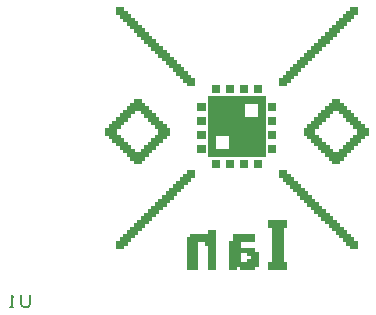
<source format=gbr>
G04 DesignSpark PCB Gerber Version 10.0 Build 5299*
G04 #@! TF.Part,Single*
G04 #@! TF.FileFunction,Legend,Bot*
G04 #@! TF.FilePolarity,Positive*
%FSLAX35Y35*%
%MOIN*%
%ADD21C,0.00001*%
%ADD20C,0.00500*%
G04 #@! TD.AperFunction*
X0Y0D02*
D02*
D20*
X61899Y68220D02*
Y65408D01*
X61587Y64783D01*
X60962Y64470D01*
X59712D01*
X59087Y64783D01*
X58774Y65408D01*
Y68220D01*
X56274Y64470D02*
X55024D01*
X55649D02*
Y68220D01*
X56274Y67596D01*
D02*
D21*
X90443Y121801D02*
X86899D01*
Y122982D01*
X90443D01*
Y121801D01*
G36*
X90443Y121801D02*
X86899D01*
Y122982D01*
X90443D01*
Y121801D01*
G37*
Y122982D02*
X86899D01*
Y124163D01*
X90443D01*
Y122982D01*
G36*
X90443Y122982D02*
X86899D01*
Y124163D01*
X90443D01*
Y122982D01*
G37*
X91624Y120620D02*
X88080D01*
Y121801D01*
X91624D01*
Y120620D01*
G36*
X91624Y120620D02*
X88080D01*
Y121801D01*
X91624D01*
Y120620D01*
G37*
Y124163D02*
X88080D01*
Y125344D01*
X91624D01*
Y124163D01*
G36*
X91624Y124163D02*
X88080D01*
Y125344D01*
X91624D01*
Y124163D01*
G37*
X92805Y84006D02*
X90443D01*
Y85187D01*
X92805D01*
Y84006D01*
G36*
X92805Y84006D02*
X90443D01*
Y85187D01*
X92805D01*
Y84006D01*
G37*
Y119439D02*
X89261D01*
Y120620D01*
X92805D01*
Y119439D01*
G36*
X92805Y119439D02*
X89261D01*
Y120620D01*
X92805D01*
Y119439D01*
G37*
Y125344D02*
X89261D01*
Y126525D01*
X92805D01*
Y125344D01*
G36*
X92805Y125344D02*
X89261D01*
Y126525D01*
X92805D01*
Y125344D01*
G37*
Y163139D02*
X90443D01*
Y164320D01*
X92805D01*
Y163139D01*
G36*
X92805Y163139D02*
X90443D01*
Y164320D01*
X92805D01*
Y163139D01*
G37*
X93986Y85187D02*
X90443D01*
Y86368D01*
X93986D01*
Y85187D01*
G36*
X93986Y85187D02*
X90443D01*
Y86368D01*
X93986D01*
Y85187D01*
G37*
Y118257D02*
X90443D01*
Y119439D01*
X93986D01*
Y118257D01*
G36*
X93986Y118257D02*
X90443D01*
Y119439D01*
X93986D01*
Y118257D01*
G37*
Y126525D02*
X90443D01*
Y127706D01*
X93986D01*
Y126525D01*
G36*
X93986Y126525D02*
X90443D01*
Y127706D01*
X93986D01*
Y126525D01*
G37*
Y161958D02*
X90443D01*
Y163139D01*
X93986D01*
Y161958D01*
G36*
X93986Y161958D02*
X90443D01*
Y163139D01*
X93986D01*
Y161958D01*
G37*
X95167Y86368D02*
X91624D01*
Y87549D01*
X95167D01*
Y86368D01*
G36*
X95167Y86368D02*
X91624D01*
Y87549D01*
X95167D01*
Y86368D01*
G37*
Y117076D02*
X91624D01*
Y118257D01*
X95167D01*
Y117076D01*
G36*
X95167Y117076D02*
X91624D01*
Y118257D01*
X95167D01*
Y117076D01*
G37*
Y127706D02*
X91624D01*
Y128887D01*
X95167D01*
Y127706D01*
G36*
X95167Y127706D02*
X91624D01*
Y128887D01*
X95167D01*
Y127706D01*
G37*
Y160777D02*
X91624D01*
Y161958D01*
X95167D01*
Y160777D01*
G36*
X95167Y160777D02*
X91624D01*
Y161958D01*
X95167D01*
Y160777D01*
G37*
X96348Y87549D02*
X92805D01*
Y88730D01*
X96348D01*
Y87549D01*
G36*
X96348Y87549D02*
X92805D01*
Y88730D01*
X96348D01*
Y87549D01*
G37*
Y115895D02*
X92805D01*
Y117076D01*
X96348D01*
Y115895D01*
G36*
X96348Y115895D02*
X92805D01*
Y117076D01*
X96348D01*
Y115895D01*
G37*
Y128887D02*
X92805D01*
Y130069D01*
X96348D01*
Y128887D01*
G36*
X96348Y128887D02*
X92805D01*
Y130069D01*
X96348D01*
Y128887D01*
G37*
Y159596D02*
X92805D01*
Y160777D01*
X96348D01*
Y159596D01*
G36*
X96348Y159596D02*
X92805D01*
Y160777D01*
X96348D01*
Y159596D01*
G37*
X97529Y88730D02*
X93986D01*
Y89911D01*
X97529D01*
Y88730D01*
G36*
X97529Y88730D02*
X93986D01*
Y89911D01*
X97529D01*
Y88730D01*
G37*
Y158415D02*
X93986D01*
Y159596D01*
X97529D01*
Y158415D01*
G36*
X97529Y158415D02*
X93986D01*
Y159596D01*
X97529D01*
Y158415D01*
G37*
X98710Y89911D02*
X95167D01*
Y91092D01*
X98710D01*
Y89911D01*
G36*
X98710Y89911D02*
X95167D01*
Y91092D01*
X98710D01*
Y89911D01*
G37*
Y112352D02*
X96348D01*
Y113533D01*
X98710D01*
Y112352D01*
G36*
X98710Y112352D02*
X96348D01*
Y113533D01*
X98710D01*
Y112352D01*
G37*
Y132431D02*
X96348D01*
Y133612D01*
X98710D01*
Y132431D01*
G36*
X98710Y132431D02*
X96348D01*
Y133612D01*
X98710D01*
Y132431D01*
G37*
Y157234D02*
X95167D01*
Y158415D01*
X98710D01*
Y157234D01*
G36*
X98710Y157234D02*
X95167D01*
Y158415D01*
X98710D01*
Y157234D01*
G37*
X99891Y91092D02*
X96348D01*
Y92273D01*
X99891D01*
Y91092D01*
G36*
X99891Y91092D02*
X96348D01*
Y92273D01*
X99891D01*
Y91092D01*
G37*
Y113533D02*
X95167D01*
Y114714D01*
X99891D01*
Y113533D01*
G36*
X99891Y113533D02*
X95167D01*
Y114714D01*
X99891D01*
Y113533D01*
G37*
Y131250D02*
X95167D01*
Y132431D01*
X99891D01*
Y131250D01*
G36*
X99891Y131250D02*
X95167D01*
Y132431D01*
X99891D01*
Y131250D01*
G37*
Y156053D02*
X96348D01*
Y157234D01*
X99891D01*
Y156053D01*
G36*
X99891Y156053D02*
X96348D01*
Y157234D01*
X99891D01*
Y156053D01*
G37*
X101072Y92273D02*
X97529D01*
Y93454D01*
X101072D01*
Y92273D01*
G36*
X101072Y92273D02*
X97529D01*
Y93454D01*
X101072D01*
Y92273D01*
G37*
Y114714D02*
X93986D01*
Y115895D01*
X101072D01*
Y114714D01*
G36*
X101072Y114714D02*
X93986D01*
Y115895D01*
X101072D01*
Y114714D01*
G37*
Y130069D02*
X93986D01*
Y131250D01*
X101072D01*
Y130069D01*
G36*
X101072Y130069D02*
X93986D01*
Y131250D01*
X101072D01*
Y130069D01*
G37*
Y154872D02*
X97529D01*
Y156053D01*
X101072D01*
Y154872D01*
G36*
X101072Y154872D02*
X97529D01*
Y156053D01*
X101072D01*
Y154872D01*
G37*
X102254Y93454D02*
X98710D01*
Y94635D01*
X102254D01*
Y93454D01*
G36*
X102254Y93454D02*
X98710D01*
Y94635D01*
X102254D01*
Y93454D01*
G37*
Y115895D02*
X98710D01*
Y117076D01*
X102254D01*
Y115895D01*
G36*
X102254Y115895D02*
X98710D01*
Y117076D01*
X102254D01*
Y115895D01*
G37*
Y128887D02*
X98710D01*
Y130069D01*
X102254D01*
Y128887D01*
G36*
X102254Y128887D02*
X98710D01*
Y130069D01*
X102254D01*
Y128887D01*
G37*
Y153691D02*
X98710D01*
Y154872D01*
X102254D01*
Y153691D01*
G36*
X102254Y153691D02*
X98710D01*
Y154872D01*
X102254D01*
Y153691D01*
G37*
X103435Y94635D02*
X99891D01*
Y95817D01*
X103435D01*
Y94635D01*
G36*
X103435Y94635D02*
X99891D01*
Y95817D01*
X103435D01*
Y94635D01*
G37*
Y117076D02*
X99891D01*
Y118257D01*
X103435D01*
Y117076D01*
G36*
X103435Y117076D02*
X99891D01*
Y118257D01*
X103435D01*
Y117076D01*
G37*
Y127706D02*
X99891D01*
Y128887D01*
X103435D01*
Y127706D01*
G36*
X103435Y127706D02*
X99891D01*
Y128887D01*
X103435D01*
Y127706D01*
G37*
Y152509D02*
X99891D01*
Y153691D01*
X103435D01*
Y152509D01*
G36*
X103435Y152509D02*
X99891D01*
Y153691D01*
X103435D01*
Y152509D01*
G37*
X104616Y95817D02*
X101072D01*
Y96998D01*
X104616D01*
Y95817D01*
G36*
X104616Y95817D02*
X101072D01*
Y96998D01*
X104616D01*
Y95817D01*
G37*
Y118257D02*
X101072D01*
Y119439D01*
X104616D01*
Y118257D01*
G36*
X104616Y118257D02*
X101072D01*
Y119439D01*
X104616D01*
Y118257D01*
G37*
Y126525D02*
X101072D01*
Y127706D01*
X104616D01*
Y126525D01*
G36*
X104616Y126525D02*
X101072D01*
Y127706D01*
X104616D01*
Y126525D01*
G37*
Y151328D02*
X101072D01*
Y152509D01*
X104616D01*
Y151328D01*
G36*
X104616Y151328D02*
X101072D01*
Y152509D01*
X104616D01*
Y151328D01*
G37*
X105797Y96998D02*
X102254D01*
Y98179D01*
X105797D01*
Y96998D01*
G36*
X105797Y96998D02*
X102254D01*
Y98179D01*
X105797D01*
Y96998D01*
G37*
Y119439D02*
X102254D01*
Y120620D01*
X105797D01*
Y119439D01*
G36*
X105797Y119439D02*
X102254D01*
Y120620D01*
X105797D01*
Y119439D01*
G37*
Y125344D02*
X102254D01*
Y126525D01*
X105797D01*
Y125344D01*
G36*
X105797Y125344D02*
X102254D01*
Y126525D01*
X105797D01*
Y125344D01*
G37*
Y150147D02*
X102254D01*
Y151328D01*
X105797D01*
Y150147D01*
G36*
X105797Y150147D02*
X102254D01*
Y151328D01*
X105797D01*
Y150147D01*
G37*
X106978Y98179D02*
X103435D01*
Y99360D01*
X106978D01*
Y98179D01*
G36*
X106978Y98179D02*
X103435D01*
Y99360D01*
X106978D01*
Y98179D01*
G37*
Y120620D02*
X103435D01*
Y121801D01*
X106978D01*
Y120620D01*
G36*
X106978Y120620D02*
X103435D01*
Y121801D01*
X106978D01*
Y120620D01*
G37*
Y124163D02*
X103435D01*
Y125344D01*
X106978D01*
Y124163D01*
G36*
X106978Y124163D02*
X103435D01*
Y125344D01*
X106978D01*
Y124163D01*
G37*
Y148966D02*
X103435D01*
Y150147D01*
X106978D01*
Y148966D01*
G36*
X106978Y148966D02*
X103435D01*
Y150147D01*
X106978D01*
Y148966D01*
G37*
X108159Y99360D02*
X104616D01*
Y100541D01*
X108159D01*
Y99360D01*
G36*
X108159Y99360D02*
X104616D01*
Y100541D01*
X108159D01*
Y99360D01*
G37*
Y121801D02*
X104616D01*
Y122982D01*
X108159D01*
Y121801D01*
G36*
X108159Y121801D02*
X104616D01*
Y122982D01*
X108159D01*
Y121801D01*
G37*
Y122982D02*
X104616D01*
Y124163D01*
X108159D01*
Y122982D01*
G36*
X108159Y122982D02*
X104616D01*
Y124163D01*
X108159D01*
Y122982D01*
G37*
Y147785D02*
X104616D01*
Y148966D01*
X108159D01*
Y147785D01*
G36*
X108159Y147785D02*
X104616D01*
Y148966D01*
X108159D01*
Y147785D01*
G37*
X109340Y100541D02*
X105797D01*
Y101722D01*
X109340D01*
Y100541D01*
G36*
X109340Y100541D02*
X105797D01*
Y101722D01*
X109340D01*
Y100541D01*
G37*
Y146604D02*
X105797D01*
Y147785D01*
X109340D01*
Y146604D01*
G36*
X109340Y146604D02*
X105797D01*
Y147785D01*
X109340D01*
Y146604D01*
G37*
X110521Y101722D02*
X106978D01*
Y102903D01*
X110521D01*
Y101722D01*
G36*
X110521Y101722D02*
X106978D01*
Y102903D01*
X110521D01*
Y101722D01*
G37*
Y145423D02*
X106978D01*
Y146604D01*
X110521D01*
Y145423D01*
G36*
X110521Y145423D02*
X106978D01*
Y146604D01*
X110521D01*
Y145423D01*
G37*
X111702Y102903D02*
X108159D01*
Y104084D01*
X111702D01*
Y102903D01*
G36*
X111702Y102903D02*
X108159D01*
Y104084D01*
X111702D01*
Y102903D01*
G37*
Y144242D02*
X108159D01*
Y145423D01*
X111702D01*
Y144242D01*
G36*
X111702Y144242D02*
X108159D01*
Y145423D01*
X111702D01*
Y144242D01*
G37*
X112883Y104084D02*
X109340D01*
Y105265D01*
X112883D01*
Y104084D01*
G36*
X112883Y104084D02*
X109340D01*
Y105265D01*
X112883D01*
Y104084D01*
G37*
Y143061D02*
X109340D01*
Y144242D01*
X112883D01*
Y143061D01*
G36*
X112883Y143061D02*
X109340D01*
Y144242D01*
X112883D01*
Y143061D01*
G37*
X114065Y105265D02*
X110521D01*
Y106446D01*
X114065D01*
Y105265D01*
G36*
X114065Y105265D02*
X110521D01*
Y106446D01*
X114065D01*
Y105265D01*
G37*
Y141880D02*
X110521D01*
Y143061D01*
X114065D01*
Y141880D01*
G36*
X114065Y141880D02*
X110521D01*
Y143061D01*
X114065D01*
Y141880D01*
G37*
X115246Y106446D02*
X111702D01*
Y107628D01*
X115246D01*
Y106446D01*
G36*
X115246Y106446D02*
X111702D01*
Y107628D01*
X115246D01*
Y106446D01*
G37*
Y140698D02*
X111702D01*
Y141880D01*
X115246D01*
Y140698D01*
G36*
X115246Y140698D02*
X111702D01*
Y141880D01*
X115246D01*
Y140698D01*
G37*
X116427Y107628D02*
X112883D01*
Y108809D01*
X116427D01*
Y107628D01*
G36*
X116427Y107628D02*
X112883D01*
Y108809D01*
X116427D01*
Y107628D01*
G37*
Y108809D02*
X114065D01*
Y109990D01*
X116427D01*
Y108809D01*
G36*
X116427Y108809D02*
X114065D01*
Y109990D01*
X116427D01*
Y108809D01*
G37*
Y138336D02*
X114065D01*
Y139517D01*
X116427D01*
Y138336D01*
G36*
X116427Y138336D02*
X114065D01*
Y139517D01*
X116427D01*
Y138336D01*
G37*
Y139517D02*
X112883D01*
Y140698D01*
X116427D01*
Y139517D01*
G36*
X116427Y139517D02*
X112883D01*
Y140698D01*
X116427D01*
Y139517D01*
G37*
X117608Y76919D02*
X114065D01*
Y78100D01*
X117608D01*
Y76919D01*
G36*
X117608Y76919D02*
X114065D01*
Y78100D01*
X117608D01*
Y76919D01*
G37*
Y78100D02*
X114065D01*
Y79281D01*
X117608D01*
Y78100D01*
G36*
X117608Y78100D02*
X114065D01*
Y79281D01*
X117608D01*
Y78100D01*
G37*
Y79281D02*
X114065D01*
Y80462D01*
X117608D01*
Y79281D01*
G36*
X117608Y79281D02*
X114065D01*
Y80462D01*
X117608D01*
Y79281D01*
G37*
Y80462D02*
X114065D01*
Y81643D01*
X117608D01*
Y80462D01*
G36*
X117608Y80462D02*
X114065D01*
Y81643D01*
X117608D01*
Y80462D01*
G37*
Y81643D02*
X114065D01*
Y82824D01*
X117608D01*
Y81643D01*
G36*
X117608Y81643D02*
X114065D01*
Y82824D01*
X117608D01*
Y81643D01*
G37*
Y82824D02*
X114065D01*
Y84006D01*
X117608D01*
Y82824D01*
G36*
X117608Y82824D02*
X114065D01*
Y84006D01*
X117608D01*
Y82824D01*
G37*
Y84006D02*
X114065D01*
Y85187D01*
X117608D01*
Y84006D01*
G36*
X117608Y84006D02*
X114065D01*
Y85187D01*
X117608D01*
Y84006D01*
G37*
Y85187D02*
X114065D01*
Y86368D01*
X117608D01*
Y85187D01*
G36*
X117608Y85187D02*
X114065D01*
Y86368D01*
X117608D01*
Y85187D01*
G37*
X119970Y115895D02*
X117608D01*
Y117076D01*
X119970D01*
Y115895D01*
G36*
X119970Y115895D02*
X117608D01*
Y117076D01*
X119970D01*
Y115895D01*
G37*
Y117076D02*
X117608D01*
Y118257D01*
X119970D01*
Y117076D01*
G36*
X119970Y117076D02*
X117608D01*
Y118257D01*
X119970D01*
Y117076D01*
G37*
Y120620D02*
X117608D01*
Y121801D01*
X119970D01*
Y120620D01*
G36*
X119970Y120620D02*
X117608D01*
Y121801D01*
X119970D01*
Y120620D01*
G37*
Y121801D02*
X117608D01*
Y122982D01*
X119970D01*
Y121801D01*
G36*
X119970Y121801D02*
X117608D01*
Y122982D01*
X119970D01*
Y121801D01*
G37*
Y125344D02*
X117608D01*
Y126525D01*
X119970D01*
Y125344D01*
G36*
X119970Y125344D02*
X117608D01*
Y126525D01*
X119970D01*
Y125344D01*
G37*
Y126525D02*
X117608D01*
Y127706D01*
X119970D01*
Y126525D01*
G36*
X119970Y126525D02*
X117608D01*
Y127706D01*
X119970D01*
Y126525D01*
G37*
Y130069D02*
X117608D01*
Y131250D01*
X119970D01*
Y130069D01*
G36*
X119970Y130069D02*
X117608D01*
Y131250D01*
X119970D01*
Y130069D01*
G37*
Y131250D02*
X117608D01*
Y132431D01*
X119970D01*
Y131250D01*
G36*
X119970Y131250D02*
X117608D01*
Y132431D01*
X119970D01*
Y131250D01*
G37*
X123513Y76919D02*
X121151D01*
Y78100D01*
X123513D01*
Y76919D01*
G36*
X123513Y76919D02*
X121151D01*
Y78100D01*
X123513D01*
Y76919D01*
G37*
Y78100D02*
X121151D01*
Y79281D01*
X123513D01*
Y78100D01*
G36*
X123513Y78100D02*
X121151D01*
Y79281D01*
X123513D01*
Y78100D01*
G37*
Y79281D02*
X121151D01*
Y80462D01*
X123513D01*
Y79281D01*
G36*
X123513Y79281D02*
X121151D01*
Y80462D01*
X123513D01*
Y79281D01*
G37*
Y80462D02*
X121151D01*
Y81643D01*
X123513D01*
Y80462D01*
G36*
X123513Y80462D02*
X121151D01*
Y81643D01*
X123513D01*
Y80462D01*
G37*
Y81643D02*
X121151D01*
Y82824D01*
X123513D01*
Y81643D01*
G36*
X123513Y81643D02*
X121151D01*
Y82824D01*
X123513D01*
Y81643D01*
G37*
Y82824D02*
X121151D01*
Y84006D01*
X123513D01*
Y82824D01*
G36*
X123513Y82824D02*
X121151D01*
Y84006D01*
X123513D01*
Y82824D01*
G37*
Y84006D02*
X121151D01*
Y85187D01*
X123513D01*
Y84006D01*
G36*
X123513Y84006D02*
X121151D01*
Y85187D01*
X123513D01*
Y84006D01*
G37*
Y85187D02*
X119970D01*
Y86368D01*
X123513D01*
Y85187D01*
G36*
X123513Y85187D02*
X119970D01*
Y86368D01*
X123513D01*
Y85187D01*
G37*
Y86368D02*
X114065D01*
Y87549D01*
X123513D01*
Y86368D01*
G36*
X123513Y86368D02*
X114065D01*
Y87549D01*
X123513D01*
Y86368D01*
G37*
Y87549D02*
X115246D01*
Y88730D01*
X123513D01*
Y87549D01*
G36*
X123513Y87549D02*
X115246D01*
Y88730D01*
X123513D01*
Y87549D01*
G37*
Y88730D02*
X121151D01*
Y89911D01*
X123513D01*
Y88730D01*
G36*
X123513Y88730D02*
X121151D01*
Y89911D01*
X123513D01*
Y88730D01*
G37*
Y117076D02*
X121151D01*
Y118257D01*
X123513D01*
Y117076D01*
G36*
X123513Y117076D02*
X121151D01*
Y118257D01*
X123513D01*
Y117076D01*
G37*
Y118257D02*
X121151D01*
Y119439D01*
X123513D01*
Y118257D01*
G36*
X123513Y118257D02*
X121151D01*
Y119439D01*
X123513D01*
Y118257D01*
G37*
Y119439D02*
X121151D01*
Y120620D01*
X123513D01*
Y119439D01*
G36*
X123513Y119439D02*
X121151D01*
Y120620D01*
X123513D01*
Y119439D01*
G37*
Y120620D02*
X121151D01*
Y121801D01*
X123513D01*
Y120620D01*
G36*
X123513Y120620D02*
X121151D01*
Y121801D01*
X123513D01*
Y120620D01*
G37*
X124694Y111171D02*
X122332D01*
Y112352D01*
X124694D01*
Y111171D01*
G36*
X124694Y111171D02*
X122332D01*
Y112352D01*
X124694D01*
Y111171D01*
G37*
Y112352D02*
X122332D01*
Y113533D01*
X124694D01*
Y112352D01*
G36*
X124694Y112352D02*
X122332D01*
Y113533D01*
X124694D01*
Y112352D01*
G37*
Y135974D02*
X122332D01*
Y137155D01*
X124694D01*
Y135974D01*
G36*
X124694Y135974D02*
X122332D01*
Y137155D01*
X124694D01*
Y135974D01*
G37*
Y137155D02*
X122332D01*
Y138336D01*
X124694D01*
Y137155D01*
G36*
X124694Y137155D02*
X122332D01*
Y138336D01*
X124694D01*
Y137155D01*
G37*
X129419Y111171D02*
X127057D01*
Y112352D01*
X129419D01*
Y111171D01*
G36*
X129419Y111171D02*
X127057D01*
Y112352D01*
X129419D01*
Y111171D01*
G37*
Y112352D02*
X127057D01*
Y113533D01*
X129419D01*
Y112352D01*
G36*
X129419Y112352D02*
X127057D01*
Y113533D01*
X129419D01*
Y112352D01*
G37*
Y135974D02*
X127057D01*
Y137155D01*
X129419D01*
Y135974D01*
G36*
X129419Y135974D02*
X127057D01*
Y137155D01*
X129419D01*
Y135974D01*
G37*
Y137155D02*
X127057D01*
Y138336D01*
X129419D01*
Y137155D01*
G36*
X129419Y137155D02*
X127057D01*
Y138336D01*
X129419D01*
Y137155D01*
G37*
X130600Y76919D02*
X128238D01*
Y78100D01*
X130600D01*
Y76919D01*
G36*
X130600Y76919D02*
X128238D01*
Y78100D01*
X130600D01*
Y76919D01*
G37*
X131781Y79281D02*
X128238D01*
Y80462D01*
X131781D01*
Y79281D01*
G36*
X131781Y79281D02*
X128238D01*
Y80462D01*
X131781D01*
Y79281D01*
G37*
Y80462D02*
X128238D01*
Y81643D01*
X131781D01*
Y80462D01*
G36*
X131781Y80462D02*
X128238D01*
Y81643D01*
X131781D01*
Y80462D01*
G37*
Y81643D02*
X128238D01*
Y82824D01*
X131781D01*
Y81643D01*
G36*
X131781Y81643D02*
X128238D01*
Y82824D01*
X131781D01*
Y81643D01*
G37*
Y84006D02*
X128238D01*
Y85187D01*
X131781D01*
Y84006D01*
G36*
X131781Y84006D02*
X128238D01*
Y85187D01*
X131781D01*
Y84006D01*
G37*
Y85187D02*
X128238D01*
Y86368D01*
X131781D01*
Y85187D01*
G36*
X131781Y85187D02*
X128238D01*
Y86368D01*
X131781D01*
Y85187D01*
G37*
X132962Y127706D02*
X121151D01*
Y128887D01*
X132962D01*
Y127706D01*
G36*
X132962Y127706D02*
X121151D01*
Y128887D01*
X132962D01*
Y127706D01*
G37*
Y128887D02*
X121151D01*
Y130069D01*
X132962D01*
Y128887D01*
G36*
X132962Y128887D02*
X121151D01*
Y130069D01*
X132962D01*
Y128887D01*
G37*
Y130069D02*
X121151D01*
Y131250D01*
X132962D01*
Y130069D01*
G36*
X132962Y130069D02*
X121151D01*
Y131250D01*
X132962D01*
Y130069D01*
G37*
Y131250D02*
X121151D01*
Y132431D01*
X132962D01*
Y131250D01*
G36*
X132962Y131250D02*
X121151D01*
Y132431D01*
X132962D01*
Y131250D01*
G37*
X134143Y111171D02*
X131781D01*
Y112352D01*
X134143D01*
Y111171D01*
G36*
X134143Y111171D02*
X131781D01*
Y112352D01*
X134143D01*
Y111171D01*
G37*
Y112352D02*
X131781D01*
Y113533D01*
X134143D01*
Y112352D01*
G36*
X134143Y112352D02*
X131781D01*
Y113533D01*
X134143D01*
Y112352D01*
G37*
Y135974D02*
X131781D01*
Y137155D01*
X134143D01*
Y135974D01*
G36*
X134143Y135974D02*
X131781D01*
Y137155D01*
X134143D01*
Y135974D01*
G37*
Y137155D02*
X131781D01*
Y138336D01*
X134143D01*
Y137155D01*
G36*
X134143Y137155D02*
X131781D01*
Y138336D01*
X134143D01*
Y137155D01*
G37*
X136506Y76919D02*
X131781D01*
Y78100D01*
X136506D01*
Y76919D01*
G36*
X136506Y76919D02*
X131781D01*
Y78100D01*
X136506D01*
Y76919D01*
G37*
Y82824D02*
X128238D01*
Y84006D01*
X136506D01*
Y82824D01*
G36*
X136506Y82824D02*
X128238D01*
Y84006D01*
X136506D01*
Y82824D01*
G37*
Y86368D02*
X129419D01*
Y87549D01*
X136506D01*
Y86368D01*
G36*
X136506Y86368D02*
X129419D01*
Y87549D01*
X136506D01*
Y86368D01*
G37*
Y87549D02*
X129419D01*
Y88730D01*
X136506D01*
Y87549D01*
G36*
X136506Y87549D02*
X129419D01*
Y88730D01*
X136506D01*
Y87549D01*
G37*
X137687Y78100D02*
X128238D01*
Y79281D01*
X137687D01*
Y78100D01*
G36*
X137687Y78100D02*
X128238D01*
Y79281D01*
X137687D01*
Y78100D01*
G37*
Y79281D02*
X134143D01*
Y80462D01*
X137687D01*
Y79281D01*
G36*
X137687Y79281D02*
X134143D01*
Y80462D01*
X137687D01*
Y79281D01*
G37*
Y80462D02*
X135324D01*
Y81643D01*
X137687D01*
Y80462D01*
G36*
X137687Y80462D02*
X135324D01*
Y81643D01*
X137687D01*
Y80462D01*
G37*
Y81643D02*
X134143D01*
Y82824D01*
X137687D01*
Y81643D01*
G36*
X137687Y81643D02*
X134143D01*
Y82824D01*
X137687D01*
Y81643D01*
G37*
X138868Y111171D02*
X136506D01*
Y112352D01*
X138868D01*
Y111171D01*
G36*
X138868Y111171D02*
X136506D01*
Y112352D01*
X138868D01*
Y111171D01*
G37*
Y112352D02*
X136506D01*
Y113533D01*
X138868D01*
Y112352D01*
G36*
X138868Y112352D02*
X136506D01*
Y113533D01*
X138868D01*
Y112352D01*
G37*
Y135974D02*
X136506D01*
Y137155D01*
X138868D01*
Y135974D01*
G36*
X138868Y135974D02*
X136506D01*
Y137155D01*
X138868D01*
Y135974D01*
G37*
Y137155D02*
X136506D01*
Y138336D01*
X138868D01*
Y137155D01*
G36*
X138868Y137155D02*
X136506D01*
Y138336D01*
X138868D01*
Y137155D01*
G37*
X140049Y114714D02*
X121151D01*
Y115895D01*
X140049D01*
Y114714D01*
G36*
X140049Y114714D02*
X121151D01*
Y115895D01*
X140049D01*
Y114714D01*
G37*
Y115895D02*
X121151D01*
Y117076D01*
X140049D01*
Y115895D01*
G36*
X140049Y115895D02*
X121151D01*
Y117076D01*
X140049D01*
Y115895D01*
G37*
Y117076D02*
X128238D01*
Y118257D01*
X140049D01*
Y117076D01*
G36*
X140049Y117076D02*
X128238D01*
Y118257D01*
X140049D01*
Y117076D01*
G37*
Y118257D02*
X128238D01*
Y119439D01*
X140049D01*
Y118257D01*
G36*
X140049Y118257D02*
X128238D01*
Y119439D01*
X140049D01*
Y118257D01*
G37*
Y119439D02*
X128238D01*
Y120620D01*
X140049D01*
Y119439D01*
G36*
X140049Y119439D02*
X128238D01*
Y120620D01*
X140049D01*
Y119439D01*
G37*
Y120620D02*
X128238D01*
Y121801D01*
X140049D01*
Y120620D01*
G36*
X140049Y120620D02*
X128238D01*
Y121801D01*
X140049D01*
Y120620D01*
G37*
Y121801D02*
X121151D01*
Y122982D01*
X140049D01*
Y121801D01*
G36*
X140049Y121801D02*
X121151D01*
Y122982D01*
X140049D01*
Y121801D01*
G37*
Y122982D02*
X121151D01*
Y124163D01*
X140049D01*
Y122982D01*
G36*
X140049Y122982D02*
X121151D01*
Y124163D01*
X140049D01*
Y122982D01*
G37*
Y124163D02*
X121151D01*
Y125344D01*
X140049D01*
Y124163D01*
G36*
X140049Y124163D02*
X121151D01*
Y125344D01*
X140049D01*
Y124163D01*
G37*
Y125344D02*
X121151D01*
Y126525D01*
X140049D01*
Y125344D01*
G36*
X140049Y125344D02*
X121151D01*
Y126525D01*
X140049D01*
Y125344D01*
G37*
Y126525D02*
X121151D01*
Y127706D01*
X140049D01*
Y126525D01*
G36*
X140049Y126525D02*
X121151D01*
Y127706D01*
X140049D01*
Y126525D01*
G37*
Y127706D02*
X137687D01*
Y128887D01*
X140049D01*
Y127706D01*
G36*
X140049Y127706D02*
X137687D01*
Y128887D01*
X140049D01*
Y127706D01*
G37*
Y128887D02*
X137687D01*
Y130069D01*
X140049D01*
Y128887D01*
G36*
X140049Y128887D02*
X137687D01*
Y130069D01*
X140049D01*
Y128887D01*
G37*
Y130069D02*
X137687D01*
Y131250D01*
X140049D01*
Y130069D01*
G36*
X140049Y130069D02*
X137687D01*
Y131250D01*
X140049D01*
Y130069D01*
G37*
Y131250D02*
X137687D01*
Y132431D01*
X140049D01*
Y131250D01*
G36*
X140049Y131250D02*
X137687D01*
Y132431D01*
X140049D01*
Y131250D01*
G37*
Y132431D02*
X121151D01*
Y133612D01*
X140049D01*
Y132431D01*
G36*
X140049Y132431D02*
X121151D01*
Y133612D01*
X140049D01*
Y132431D01*
G37*
Y133612D02*
X121151D01*
Y134793D01*
X140049D01*
Y133612D01*
G36*
X140049Y133612D02*
X121151D01*
Y134793D01*
X140049D01*
Y133612D01*
G37*
X143592Y115895D02*
X141230D01*
Y117076D01*
X143592D01*
Y115895D01*
G36*
X143592Y115895D02*
X141230D01*
Y117076D01*
X143592D01*
Y115895D01*
G37*
Y117076D02*
X141230D01*
Y118257D01*
X143592D01*
Y117076D01*
G36*
X143592Y117076D02*
X141230D01*
Y118257D01*
X143592D01*
Y117076D01*
G37*
Y120620D02*
X141230D01*
Y121801D01*
X143592D01*
Y120620D01*
G36*
X143592Y120620D02*
X141230D01*
Y121801D01*
X143592D01*
Y120620D01*
G37*
Y121801D02*
X141230D01*
Y122982D01*
X143592D01*
Y121801D01*
G36*
X143592Y121801D02*
X141230D01*
Y122982D01*
X143592D01*
Y121801D01*
G37*
Y125344D02*
X141230D01*
Y126525D01*
X143592D01*
Y125344D01*
G36*
X143592Y125344D02*
X141230D01*
Y126525D01*
X143592D01*
Y125344D01*
G37*
Y126525D02*
X141230D01*
Y127706D01*
X143592D01*
Y126525D01*
G36*
X143592Y126525D02*
X141230D01*
Y127706D01*
X143592D01*
Y126525D01*
G37*
Y130069D02*
X141230D01*
Y131250D01*
X143592D01*
Y130069D01*
G36*
X143592Y130069D02*
X141230D01*
Y131250D01*
X143592D01*
Y130069D01*
G37*
Y131250D02*
X141230D01*
Y132431D01*
X143592D01*
Y131250D01*
G36*
X143592Y131250D02*
X141230D01*
Y132431D01*
X143592D01*
Y131250D01*
G37*
X145954Y79281D02*
X142411D01*
Y80462D01*
X145954D01*
Y79281D01*
G36*
X145954Y79281D02*
X142411D01*
Y80462D01*
X145954D01*
Y79281D01*
G37*
Y80462D02*
X142411D01*
Y81643D01*
X145954D01*
Y80462D01*
G36*
X145954Y80462D02*
X142411D01*
Y81643D01*
X145954D01*
Y80462D01*
G37*
Y81643D02*
X142411D01*
Y82824D01*
X145954D01*
Y81643D01*
G36*
X145954Y81643D02*
X142411D01*
Y82824D01*
X145954D01*
Y81643D01*
G37*
Y82824D02*
X142411D01*
Y84006D01*
X145954D01*
Y82824D01*
G36*
X145954Y82824D02*
X142411D01*
Y84006D01*
X145954D01*
Y82824D01*
G37*
Y84006D02*
X142411D01*
Y85187D01*
X145954D01*
Y84006D01*
G36*
X145954Y84006D02*
X142411D01*
Y85187D01*
X145954D01*
Y84006D01*
G37*
Y85187D02*
X142411D01*
Y86368D01*
X145954D01*
Y85187D01*
G36*
X145954Y85187D02*
X142411D01*
Y86368D01*
X145954D01*
Y85187D01*
G37*
Y86368D02*
X142411D01*
Y87549D01*
X145954D01*
Y86368D01*
G36*
X145954Y86368D02*
X142411D01*
Y87549D01*
X145954D01*
Y86368D01*
G37*
Y87549D02*
X142411D01*
Y88730D01*
X145954D01*
Y87549D01*
G36*
X145954Y87549D02*
X142411D01*
Y88730D01*
X145954D01*
Y87549D01*
G37*
Y88730D02*
X142411D01*
Y89911D01*
X145954D01*
Y88730D01*
G36*
X145954Y88730D02*
X142411D01*
Y89911D01*
X145954D01*
Y88730D01*
G37*
Y89911D02*
X142411D01*
Y91092D01*
X145954D01*
Y89911D01*
G36*
X145954Y89911D02*
X142411D01*
Y91092D01*
X145954D01*
Y89911D01*
G37*
X147135Y76919D02*
X141230D01*
Y78100D01*
X147135D01*
Y76919D01*
G36*
X147135Y76919D02*
X141230D01*
Y78100D01*
X147135D01*
Y76919D01*
G37*
Y78100D02*
X141230D01*
Y79281D01*
X147135D01*
Y78100D01*
G36*
X147135Y78100D02*
X141230D01*
Y79281D01*
X147135D01*
Y78100D01*
G37*
Y91092D02*
X141230D01*
Y92273D01*
X147135D01*
Y91092D01*
G36*
X147135Y91092D02*
X141230D01*
Y92273D01*
X147135D01*
Y91092D01*
G37*
Y92273D02*
X141230D01*
Y93454D01*
X147135D01*
Y92273D01*
G36*
X147135Y92273D02*
X141230D01*
Y93454D01*
X147135D01*
Y92273D01*
G37*
Y108809D02*
X144773D01*
Y109990D01*
X147135D01*
Y108809D01*
G36*
X147135Y108809D02*
X144773D01*
Y109990D01*
X147135D01*
Y108809D01*
G37*
Y138336D02*
X144773D01*
Y139517D01*
X147135D01*
Y138336D01*
G36*
X147135Y138336D02*
X144773D01*
Y139517D01*
X147135D01*
Y138336D01*
G37*
X148317Y107628D02*
X144773D01*
Y108809D01*
X148317D01*
Y107628D01*
G36*
X148317Y107628D02*
X144773D01*
Y108809D01*
X148317D01*
Y107628D01*
G37*
Y139517D02*
X144773D01*
Y140698D01*
X148317D01*
Y139517D01*
G36*
X148317Y139517D02*
X144773D01*
Y140698D01*
X148317D01*
Y139517D01*
G37*
X149498Y106446D02*
X145954D01*
Y107628D01*
X149498D01*
Y106446D01*
G36*
X149498Y106446D02*
X145954D01*
Y107628D01*
X149498D01*
Y106446D01*
G37*
Y140698D02*
X145954D01*
Y141880D01*
X149498D01*
Y140698D01*
G36*
X149498Y140698D02*
X145954D01*
Y141880D01*
X149498D01*
Y140698D01*
G37*
X150679Y105265D02*
X147135D01*
Y106446D01*
X150679D01*
Y105265D01*
G36*
X150679Y105265D02*
X147135D01*
Y106446D01*
X150679D01*
Y105265D01*
G37*
Y141880D02*
X147135D01*
Y143061D01*
X150679D01*
Y141880D01*
G36*
X150679Y141880D02*
X147135D01*
Y143061D01*
X150679D01*
Y141880D01*
G37*
X151860Y104084D02*
X148317D01*
Y105265D01*
X151860D01*
Y104084D01*
G36*
X151860Y104084D02*
X148317D01*
Y105265D01*
X151860D01*
Y104084D01*
G37*
Y143061D02*
X148317D01*
Y144242D01*
X151860D01*
Y143061D01*
G36*
X151860Y143061D02*
X148317D01*
Y144242D01*
X151860D01*
Y143061D01*
G37*
X153041Y102903D02*
X149498D01*
Y104084D01*
X153041D01*
Y102903D01*
G36*
X153041Y102903D02*
X149498D01*
Y104084D01*
X153041D01*
Y102903D01*
G37*
Y144242D02*
X149498D01*
Y145423D01*
X153041D01*
Y144242D01*
G36*
X153041Y144242D02*
X149498D01*
Y145423D01*
X153041D01*
Y144242D01*
G37*
X154222Y101722D02*
X150679D01*
Y102903D01*
X154222D01*
Y101722D01*
G36*
X154222Y101722D02*
X150679D01*
Y102903D01*
X154222D01*
Y101722D01*
G37*
Y145423D02*
X150679D01*
Y146604D01*
X154222D01*
Y145423D01*
G36*
X154222Y145423D02*
X150679D01*
Y146604D01*
X154222D01*
Y145423D01*
G37*
X155403Y100541D02*
X151860D01*
Y101722D01*
X155403D01*
Y100541D01*
G36*
X155403Y100541D02*
X151860D01*
Y101722D01*
X155403D01*
Y100541D01*
G37*
Y146604D02*
X151860D01*
Y147785D01*
X155403D01*
Y146604D01*
G36*
X155403Y146604D02*
X151860D01*
Y147785D01*
X155403D01*
Y146604D01*
G37*
X156584Y99360D02*
X153041D01*
Y100541D01*
X156584D01*
Y99360D01*
G36*
X156584Y99360D02*
X153041D01*
Y100541D01*
X156584D01*
Y99360D01*
G37*
Y121801D02*
X153041D01*
Y122982D01*
X156584D01*
Y121801D01*
G36*
X156584Y121801D02*
X153041D01*
Y122982D01*
X156584D01*
Y121801D01*
G37*
Y122982D02*
X153041D01*
Y124163D01*
X156584D01*
Y122982D01*
G36*
X156584Y122982D02*
X153041D01*
Y124163D01*
X156584D01*
Y122982D01*
G37*
Y147785D02*
X153041D01*
Y148966D01*
X156584D01*
Y147785D01*
G36*
X156584Y147785D02*
X153041D01*
Y148966D01*
X156584D01*
Y147785D01*
G37*
X157765Y98179D02*
X154222D01*
Y99360D01*
X157765D01*
Y98179D01*
G36*
X157765Y98179D02*
X154222D01*
Y99360D01*
X157765D01*
Y98179D01*
G37*
Y120620D02*
X154222D01*
Y121801D01*
X157765D01*
Y120620D01*
G36*
X157765Y120620D02*
X154222D01*
Y121801D01*
X157765D01*
Y120620D01*
G37*
Y124163D02*
X154222D01*
Y125344D01*
X157765D01*
Y124163D01*
G36*
X157765Y124163D02*
X154222D01*
Y125344D01*
X157765D01*
Y124163D01*
G37*
Y148966D02*
X154222D01*
Y150147D01*
X157765D01*
Y148966D01*
G36*
X157765Y148966D02*
X154222D01*
Y150147D01*
X157765D01*
Y148966D01*
G37*
X158946Y96998D02*
X155403D01*
Y98179D01*
X158946D01*
Y96998D01*
G36*
X158946Y96998D02*
X155403D01*
Y98179D01*
X158946D01*
Y96998D01*
G37*
Y119439D02*
X155403D01*
Y120620D01*
X158946D01*
Y119439D01*
G36*
X158946Y119439D02*
X155403D01*
Y120620D01*
X158946D01*
Y119439D01*
G37*
Y125344D02*
X155403D01*
Y126525D01*
X158946D01*
Y125344D01*
G36*
X158946Y125344D02*
X155403D01*
Y126525D01*
X158946D01*
Y125344D01*
G37*
Y150147D02*
X155403D01*
Y151328D01*
X158946D01*
Y150147D01*
G36*
X158946Y150147D02*
X155403D01*
Y151328D01*
X158946D01*
Y150147D01*
G37*
X160128Y95817D02*
X156584D01*
Y96998D01*
X160128D01*
Y95817D01*
G36*
X160128Y95817D02*
X156584D01*
Y96998D01*
X160128D01*
Y95817D01*
G37*
Y118257D02*
X156584D01*
Y119439D01*
X160128D01*
Y118257D01*
G36*
X160128Y118257D02*
X156584D01*
Y119439D01*
X160128D01*
Y118257D01*
G37*
Y126525D02*
X156584D01*
Y127706D01*
X160128D01*
Y126525D01*
G36*
X160128Y126525D02*
X156584D01*
Y127706D01*
X160128D01*
Y126525D01*
G37*
Y151328D02*
X156584D01*
Y152509D01*
X160128D01*
Y151328D01*
G36*
X160128Y151328D02*
X156584D01*
Y152509D01*
X160128D01*
Y151328D01*
G37*
X161309Y94635D02*
X157765D01*
Y95817D01*
X161309D01*
Y94635D01*
G36*
X161309Y94635D02*
X157765D01*
Y95817D01*
X161309D01*
Y94635D01*
G37*
Y117076D02*
X157765D01*
Y118257D01*
X161309D01*
Y117076D01*
G36*
X161309Y117076D02*
X157765D01*
Y118257D01*
X161309D01*
Y117076D01*
G37*
Y127706D02*
X157765D01*
Y128887D01*
X161309D01*
Y127706D01*
G36*
X161309Y127706D02*
X157765D01*
Y128887D01*
X161309D01*
Y127706D01*
G37*
Y152509D02*
X157765D01*
Y153691D01*
X161309D01*
Y152509D01*
G36*
X161309Y152509D02*
X157765D01*
Y153691D01*
X161309D01*
Y152509D01*
G37*
X162490Y93454D02*
X158946D01*
Y94635D01*
X162490D01*
Y93454D01*
G36*
X162490Y93454D02*
X158946D01*
Y94635D01*
X162490D01*
Y93454D01*
G37*
Y115895D02*
X158946D01*
Y117076D01*
X162490D01*
Y115895D01*
G36*
X162490Y115895D02*
X158946D01*
Y117076D01*
X162490D01*
Y115895D01*
G37*
Y128887D02*
X158946D01*
Y130069D01*
X162490D01*
Y128887D01*
G36*
X162490Y128887D02*
X158946D01*
Y130069D01*
X162490D01*
Y128887D01*
G37*
Y153691D02*
X158946D01*
Y154872D01*
X162490D01*
Y153691D01*
G36*
X162490Y153691D02*
X158946D01*
Y154872D01*
X162490D01*
Y153691D01*
G37*
X163671Y92273D02*
X160128D01*
Y93454D01*
X163671D01*
Y92273D01*
G36*
X163671Y92273D02*
X160128D01*
Y93454D01*
X163671D01*
Y92273D01*
G37*
Y154872D02*
X160128D01*
Y156053D01*
X163671D01*
Y154872D01*
G36*
X163671Y154872D02*
X160128D01*
Y156053D01*
X163671D01*
Y154872D01*
G37*
X164852Y91092D02*
X161309D01*
Y92273D01*
X164852D01*
Y91092D01*
G36*
X164852Y91092D02*
X161309D01*
Y92273D01*
X164852D01*
Y91092D01*
G37*
Y112352D02*
X162490D01*
Y113533D01*
X164852D01*
Y112352D01*
G36*
X164852Y112352D02*
X162490D01*
Y113533D01*
X164852D01*
Y112352D01*
G37*
Y132431D02*
X162490D01*
Y133612D01*
X164852D01*
Y132431D01*
G36*
X164852Y132431D02*
X162490D01*
Y133612D01*
X164852D01*
Y132431D01*
G37*
Y156053D02*
X161309D01*
Y157234D01*
X164852D01*
Y156053D01*
G36*
X164852Y156053D02*
X161309D01*
Y157234D01*
X164852D01*
Y156053D01*
G37*
X166033Y89911D02*
X162490D01*
Y91092D01*
X166033D01*
Y89911D01*
G36*
X166033Y89911D02*
X162490D01*
Y91092D01*
X166033D01*
Y89911D01*
G37*
Y113533D02*
X161309D01*
Y114714D01*
X166033D01*
Y113533D01*
G36*
X166033Y113533D02*
X161309D01*
Y114714D01*
X166033D01*
Y113533D01*
G37*
Y131250D02*
X161309D01*
Y132431D01*
X166033D01*
Y131250D01*
G36*
X166033Y131250D02*
X161309D01*
Y132431D01*
X166033D01*
Y131250D01*
G37*
Y157234D02*
X162490D01*
Y158415D01*
X166033D01*
Y157234D01*
G36*
X166033Y157234D02*
X162490D01*
Y158415D01*
X166033D01*
Y157234D01*
G37*
X167214Y88730D02*
X163671D01*
Y89911D01*
X167214D01*
Y88730D01*
G36*
X167214Y88730D02*
X163671D01*
Y89911D01*
X167214D01*
Y88730D01*
G37*
Y114714D02*
X160128D01*
Y115895D01*
X167214D01*
Y114714D01*
G36*
X167214Y114714D02*
X160128D01*
Y115895D01*
X167214D01*
Y114714D01*
G37*
Y130069D02*
X160128D01*
Y131250D01*
X167214D01*
Y130069D01*
G36*
X167214Y130069D02*
X160128D01*
Y131250D01*
X167214D01*
Y130069D01*
G37*
Y158415D02*
X163671D01*
Y159596D01*
X167214D01*
Y158415D01*
G36*
X167214Y158415D02*
X163671D01*
Y159596D01*
X167214D01*
Y158415D01*
G37*
X168395Y87549D02*
X164852D01*
Y88730D01*
X168395D01*
Y87549D01*
G36*
X168395Y87549D02*
X164852D01*
Y88730D01*
X168395D01*
Y87549D01*
G37*
Y115895D02*
X164852D01*
Y117076D01*
X168395D01*
Y115895D01*
G36*
X168395Y115895D02*
X164852D01*
Y117076D01*
X168395D01*
Y115895D01*
G37*
Y128887D02*
X164852D01*
Y130069D01*
X168395D01*
Y128887D01*
G36*
X168395Y128887D02*
X164852D01*
Y130069D01*
X168395D01*
Y128887D01*
G37*
Y159596D02*
X164852D01*
Y160777D01*
X168395D01*
Y159596D01*
G36*
X168395Y159596D02*
X164852D01*
Y160777D01*
X168395D01*
Y159596D01*
G37*
X169576Y86368D02*
X166033D01*
Y87549D01*
X169576D01*
Y86368D01*
G36*
X169576Y86368D02*
X166033D01*
Y87549D01*
X169576D01*
Y86368D01*
G37*
Y117076D02*
X166033D01*
Y118257D01*
X169576D01*
Y117076D01*
G36*
X169576Y117076D02*
X166033D01*
Y118257D01*
X169576D01*
Y117076D01*
G37*
Y127706D02*
X166033D01*
Y128887D01*
X169576D01*
Y127706D01*
G36*
X169576Y127706D02*
X166033D01*
Y128887D01*
X169576D01*
Y127706D01*
G37*
Y160777D02*
X166033D01*
Y161958D01*
X169576D01*
Y160777D01*
G36*
X169576Y160777D02*
X166033D01*
Y161958D01*
X169576D01*
Y160777D01*
G37*
X170757Y84006D02*
X168395D01*
Y85187D01*
X170757D01*
Y84006D01*
G36*
X170757Y84006D02*
X168395D01*
Y85187D01*
X170757D01*
Y84006D01*
G37*
Y85187D02*
X167214D01*
Y86368D01*
X170757D01*
Y85187D01*
G36*
X170757Y85187D02*
X167214D01*
Y86368D01*
X170757D01*
Y85187D01*
G37*
Y118257D02*
X167214D01*
Y119439D01*
X170757D01*
Y118257D01*
G36*
X170757Y118257D02*
X167214D01*
Y119439D01*
X170757D01*
Y118257D01*
G37*
Y126525D02*
X167214D01*
Y127706D01*
X170757D01*
Y126525D01*
G36*
X170757Y126525D02*
X167214D01*
Y127706D01*
X170757D01*
Y126525D01*
G37*
Y161958D02*
X167214D01*
Y163139D01*
X170757D01*
Y161958D01*
G36*
X170757Y161958D02*
X167214D01*
Y163139D01*
X170757D01*
Y161958D01*
G37*
Y163139D02*
X168395D01*
Y164320D01*
X170757D01*
Y163139D01*
G36*
X170757Y163139D02*
X168395D01*
Y164320D01*
X170757D01*
Y163139D01*
G37*
X171939Y119439D02*
X168395D01*
Y120620D01*
X171939D01*
Y119439D01*
G36*
X171939Y119439D02*
X168395D01*
Y120620D01*
X171939D01*
Y119439D01*
G37*
Y125344D02*
X168395D01*
Y126525D01*
X171939D01*
Y125344D01*
G36*
X171939Y125344D02*
X168395D01*
Y126525D01*
X171939D01*
Y125344D01*
G37*
X173120Y120620D02*
X169576D01*
Y121801D01*
X173120D01*
Y120620D01*
G36*
X173120Y120620D02*
X169576D01*
Y121801D01*
X173120D01*
Y120620D01*
G37*
Y124163D02*
X169576D01*
Y125344D01*
X173120D01*
Y124163D01*
G36*
X173120Y124163D02*
X169576D01*
Y125344D01*
X173120D01*
Y124163D01*
G37*
X174301Y121801D02*
X170757D01*
Y122982D01*
X174301D01*
Y121801D01*
G36*
X174301Y121801D02*
X170757D01*
Y122982D01*
X174301D01*
Y121801D01*
G37*
Y122982D02*
X170757D01*
Y124163D01*
X174301D01*
Y122982D01*
G36*
X174301Y122982D02*
X170757D01*
Y124163D01*
X174301D01*
Y122982D01*
G37*
X0Y0D02*
M02*

</source>
